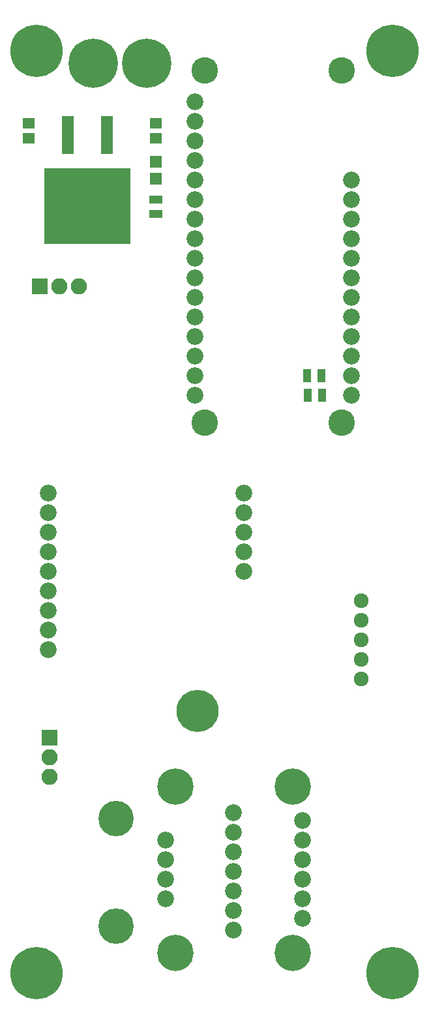
<source format=gbs>
G04 #@! TF.GenerationSoftware,KiCad,Pcbnew,(5.1.0)-1*
G04 #@! TF.CreationDate,2019-04-08T01:07:25-05:00*
G04 #@! TF.ProjectId,TheHub2,54686548-7562-4322-9e6b-696361645f70,1.0*
G04 #@! TF.SameCoordinates,Original*
G04 #@! TF.FileFunction,Soldermask,Bot*
G04 #@! TF.FilePolarity,Negative*
%FSLAX46Y46*%
G04 Gerber Fmt 4.6, Leading zero omitted, Abs format (unit mm)*
G04 Created by KiCad (PCBNEW (5.1.0)-1) date 2019-04-08 01:07:25*
%MOMM*%
%LPD*%
G04 APERTURE LIST*
%ADD10C,6.800000*%
%ADD11R,1.650000X1.400000*%
%ADD12R,1.600000X1.600000*%
%ADD13C,6.400000*%
%ADD14R,2.100000X2.100000*%
%ADD15O,2.100000X2.100000*%
%ADD16R,1.700000X1.100000*%
%ADD17R,1.100000X1.700000*%
%ADD18C,2.178000*%
%ADD19C,4.718000*%
%ADD20C,3.448000*%
%ADD21R,11.200000X9.800000*%
%ADD22R,1.500000X5.000000*%
%ADD23C,1.924000*%
%ADD24C,5.480000*%
%ADD25C,4.600000*%
G04 APERTURE END LIST*
D10*
X102590600Y-94983300D03*
X148844000Y-95034100D03*
X102577900Y-214782400D03*
X148805900Y-214782400D03*
D11*
X101600000Y-104410000D03*
X101600000Y-106410000D03*
X118110000Y-104410000D03*
X118110000Y-106410000D03*
D12*
X118110000Y-109390000D03*
X118110000Y-111590000D03*
D13*
X109941600Y-96634300D03*
X116941600Y-96634300D03*
D14*
X102984300Y-125590300D03*
D15*
X105524300Y-125590300D03*
X108064300Y-125590300D03*
X104305100Y-189230000D03*
X104305100Y-186690000D03*
D14*
X104305100Y-184150000D03*
D16*
X118110000Y-116200000D03*
X118110000Y-114300000D03*
D17*
X137800000Y-139700000D03*
X139700000Y-139700000D03*
X139605001Y-137160000D03*
X137705001Y-137160000D03*
D18*
X137160000Y-207645000D03*
X137160000Y-205105000D03*
X137160000Y-202565000D03*
X137160000Y-200025000D03*
X137160000Y-197485000D03*
X137160000Y-194945000D03*
X119380000Y-205105000D03*
X119380000Y-202565000D03*
X119380000Y-200025000D03*
X119380000Y-197485000D03*
D19*
X135890000Y-212090000D03*
X135890000Y-190500000D03*
X120650000Y-190500000D03*
X120650000Y-212090000D03*
D18*
X123190000Y-101600000D03*
X123190000Y-104140000D03*
X123190000Y-106680000D03*
X123190000Y-109220000D03*
X123190000Y-111760000D03*
X123190000Y-114300000D03*
X123190000Y-116840000D03*
X123190000Y-119380000D03*
X123190000Y-121920000D03*
X123190000Y-124460000D03*
X123190000Y-127000000D03*
X123190000Y-129540000D03*
X123190000Y-132080000D03*
X123190000Y-134620000D03*
X123190000Y-137160000D03*
X123190000Y-139700000D03*
X143510000Y-139700000D03*
X143510000Y-137160000D03*
X143510000Y-134620000D03*
X143510000Y-132080000D03*
X143510000Y-129540000D03*
X143510000Y-127000000D03*
X143510000Y-124460000D03*
X143510000Y-121920000D03*
X143510000Y-119380000D03*
X143510000Y-116840000D03*
X143510000Y-114300000D03*
X143510000Y-111760000D03*
D20*
X124460000Y-97536000D03*
X142240000Y-97536000D03*
X124460000Y-143256000D03*
X142240000Y-143256000D03*
D18*
X104140000Y-152400000D03*
X104140000Y-154940000D03*
X104140000Y-157480000D03*
X104140000Y-160020000D03*
X104140000Y-162560000D03*
X104140000Y-165100000D03*
X104140000Y-167640000D03*
X104140000Y-170180000D03*
X104140000Y-172720000D03*
X129540000Y-152400000D03*
X129540000Y-154940000D03*
X129540000Y-157480000D03*
X129540000Y-160020000D03*
X129540000Y-162560000D03*
D21*
X109220000Y-115135000D03*
D22*
X111760000Y-105985000D03*
X106680000Y-105985000D03*
D23*
X144780000Y-166370000D03*
X144780000Y-168910000D03*
X144780000Y-171450000D03*
X144780000Y-173990000D03*
X144780000Y-176530000D03*
D24*
X123507500Y-180721000D03*
D18*
X128155700Y-193903600D03*
X128155700Y-196443600D03*
X128155700Y-198983600D03*
X128155700Y-201523600D03*
X128155700Y-204063600D03*
X128155700Y-206603600D03*
X128155700Y-209143600D03*
D25*
X112915700Y-194663600D03*
X112915700Y-208633600D03*
M02*

</source>
